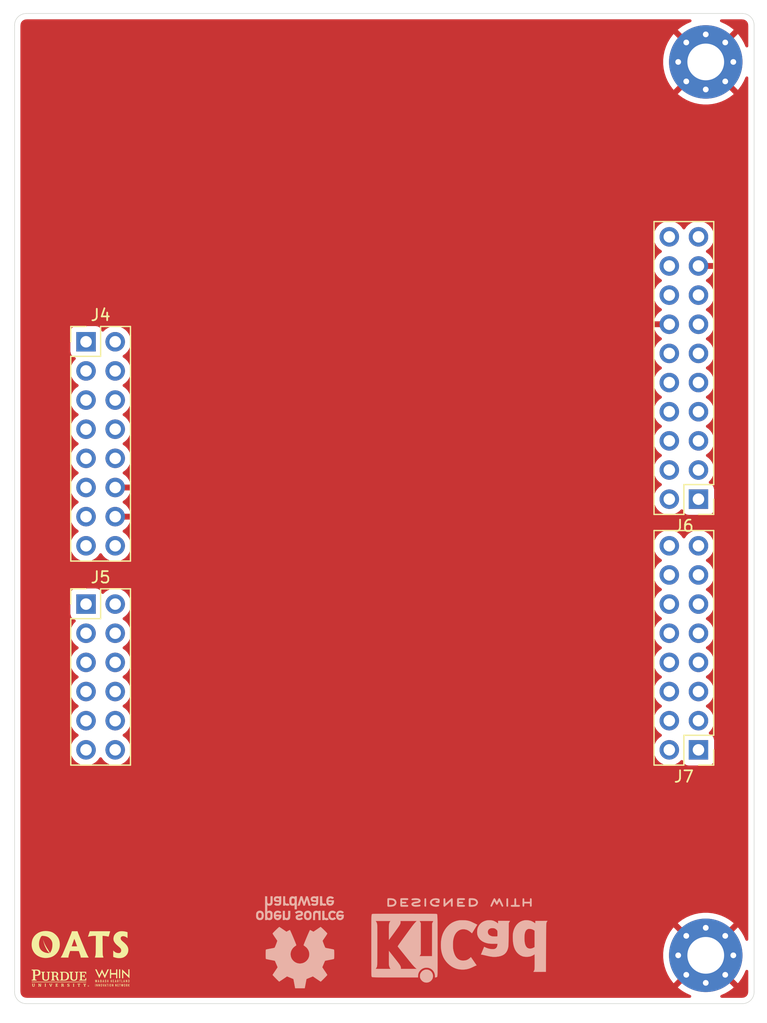
<source format=kicad_pcb>
(kicad_pcb (version 20190905) (host pcbnew "(5.99.0-73-g24ea8f970)")
  (layers (0 "F.Cu" signal) (31 "B.Cu" power) (34 "B.Paste" user) (35 "F.Paste" user) (36 "B.SilkS" user) (37 "F.SilkS" user) (38 "B.Mask" user) (39 "F.Mask" user) (44 "Edge.Cuts" user))
  (net 0 "")
  (net 1 "GND")
  (net 2 "Net-(J4-Pad11)")
  (net 3 "Net-(J4-Pad9)")
  (net 4 "Net-(J4-Pad8)")
  (net 5 "Net-(J4-Pad7)")
  (net 6 "Net-(J4-Pad6)")
  (net 7 "Net-(J4-Pad4)")
  (net 8 "Net-(J4-Pad2)")
  (net 9 "Net-(J5-Pad12)")
  (net 10 "Net-(J5-Pad10)")
  (net 11 "Net-(J5-Pad8)")
  (net 12 "Net-(J5-Pad6)")
  (net 13 "Net-(J5-Pad4)")
  (net 14 "Net-(J5-Pad2)")
  (net 15 "Net-(J6-Pad16)")
  (net 16 "Net-(J6-Pad12)")
  (net 17 "Net-(J6-Pad10)")
  (net 18 "Net-(J6-Pad8)")
  (net 19 "Net-(J6-Pad6)")
  (net 20 "Net-(J6-Pad4)")
  (net 21 "Net-(J6-Pad2)")
  (net 22 "Net-(J7-Pad6)")
  (net 23 "Net-(J7-Pad7)")
  (net 24 "Net-(J7-Pad8)")
  (net 25 "Net-(J4-Pad5)")
  (net 26 "Net-(J4-Pad3)")
  (net 27 "Net-(J4-Pad1)")
  (net 28 "Net-(J5-Pad11)")
  (net 29 "Net-(J5-Pad9)")
  (net 30 "Net-(J5-Pad7)")
  (net 31 "Net-(J6-Pad20)")
  (net 32 "Net-(J6-Pad18)")
  (net 33 "Net-(J6-Pad13)")
  (net 34 "Net-(J7-Pad16)")
  (net 35 "Net-(J7-Pad14)")
  (net 36 "Net-(J7-Pad12)")
  (net 37 "Net-(J7-Pad11)")
  (net 38 "Net-(J7-Pad10)")
  (net 39 "Net-(J7-Pad9)")
  (net 40 "Net-(J7-Pad5)")
  (net 41 "Net-(J7-Pad4)")
  (net 42 "Net-(J7-Pad3)")
  (net 43 "Net-(J7-Pad2)")
  (net 44 "Net-(J7-Pad1)")
  (net 45 "Net-(J4-Pad16)")
  (net 46 "Net-(J4-Pad15)")
  (net 47 "Net-(J4-Pad13)")
  (net 48 "Net-(J4-Pad10)")
  (net 49 "Net-(J5-Pad5)")
  (net 50 "Net-(J5-Pad3)")
  (net 51 "Net-(J5-Pad1)")
  (net 52 "Net-(J6-Pad19)")
  (net 53 "Net-(J6-Pad15)")
  (net 54 "Net-(J6-Pad11)")
  (net 55 "Net-(J6-Pad9)")
  (net 56 "Net-(J6-Pad7)")
  (net 57 "Net-(J6-Pad5)")
  (net 58 "Net-(J6-Pad3)")
  (net 59 "Net-(J6-Pad1)")
  (net 60 "Net-(J7-Pad15)")
  (net 61 "Net-(J7-Pad13)")
  (module "Connector_PinHeader_2.54mm:PinHeader_2x08_P2.54mm_Vertical" (layer "F.Cu") (at 145.669 110.5535 180)
    (fp_text reference "J7" (at 1.27 -2.33) (layer "F.SilkS"))
    (fp_text value "UDOO_CN15")
    (pad "16" thru_hole oval (at 2.54 17.78 180) (size 1.7 1.7) (drill 1) (layers *.Cu *.Mask) (net 34 "Net-(J7-Pad16)"))
    (pad "15" thru_hole oval (at 0 17.78 180) (size 1.7 1.7) (drill 1) (layers *.Cu *.Mask) (net 60 "Net-(J7-Pad15)"))
    (pad "14" thru_hole oval (at 2.54 15.24 180) (size 1.7 1.7) (drill 1) (layers *.Cu *.Mask) (net 35 "Net-(J7-Pad14)"))
    (pad "13" thru_hole oval (at 0 15.24 180) (size 1.7 1.7) (drill 1) (layers *.Cu *.Mask) (net 61 "Net-(J7-Pad13)"))
    (pad "12" thru_hole oval (at 2.54 12.7 180) (size 1.7 1.7) (drill 1) (layers *.Cu *.Mask) (net 36 "Net-(J7-Pad12)"))
    (pad "11" thru_hole oval (at 0 12.7 180) (size 1.7 1.7) (drill 1) (layers *.Cu *.Mask) (net 37 "Net-(J7-Pad11)"))
    (pad "10" thru_hole oval (at 2.54 10.16 180) (size 1.7 1.7) (drill 1) (layers *.Cu *.Mask) (net 38 "Net-(J7-Pad10)"))
    (pad "9" thru_hole oval (at 0 10.16 180) (size 1.7 1.7) (drill 1) (layers *.Cu *.Mask) (net 39 "Net-(J7-Pad9)"))
    (pad "8" thru_hole oval (at 2.54 7.62 180) (size 1.7 1.7) (drill 1) (layers *.Cu *.Mask) (net 24 "Net-(J7-Pad8)"))
    (pad "7" thru_hole oval (at 0 7.62 180) (size 1.7 1.7) (drill 1) (layers *.Cu *.Mask) (net 23 "Net-(J7-Pad7)"))
    (pad "6" thru_hole oval (at 2.54 5.08 180) (size 1.7 1.7) (drill 1) (layers *.Cu *.Mask) (net 22 "Net-(J7-Pad6)"))
    (pad "5" thru_hole oval (at 0 5.08 180) (size 1.7 1.7) (drill 1) (layers *.Cu *.Mask) (net 40 "Net-(J7-Pad5)"))
    (pad "4" thru_hole oval (at 2.54 2.54 180) (size 1.7 1.7) (drill 1) (layers *.Cu *.Mask) (net 41 "Net-(J7-Pad4)"))
    (pad "3" thru_hole oval (at 0 2.54 180) (size 1.7 1.7) (drill 1) (layers *.Cu *.Mask) (net 42 "Net-(J7-Pad3)"))
    (pad "2" thru_hole oval (at 2.54 0 180) (size 1.7 1.7) (drill 1) (layers *.Cu *.Mask) (net 43 "Net-(J7-Pad2)"))
    (pad "1" thru_hole rect (at 0 0 180) (size 1.7 1.7) (drill 1) (layers *.Cu *.Mask) (net 44 "Net-(J7-Pad1)"))
  )
  (module "Connector_PinHeader_2.54mm:PinHeader_2x10_P2.54mm_Vertical" (layer "F.Cu") (at 145.669 88.7095 180)
    (fp_text reference "J6" (at 1.27 -2.33) (layer "F.SilkS"))
    (fp_text value "UDOO_CN13")
    (pad "20" thru_hole oval (at 2.54 22.86 180) (size 1.7 1.7) (drill 1) (layers *.Cu *.Mask) (net 31 "Net-(J6-Pad20)"))
    (pad "19" thru_hole oval (at 0 22.86 180) (size 1.7 1.7) (drill 1) (layers *.Cu *.Mask) (net 52 "Net-(J6-Pad19)"))
    (pad "18" thru_hole oval (at 2.54 20.32 180) (size 1.7 1.7) (drill 1) (layers *.Cu *.Mask) (net 32 "Net-(J6-Pad18)"))
    (pad "17" thru_hole oval (at 0 20.32 180) (size 1.7 1.7) (drill 1) (layers *.Cu *.Mask) (net 1 "GND"))
    (pad "16" thru_hole oval (at 2.54 17.78 180) (size 1.7 1.7) (drill 1) (layers *.Cu *.Mask) (net 15 "Net-(J6-Pad16)"))
    (pad "15" thru_hole oval (at 0 17.78 180) (size 1.7 1.7) (drill 1) (layers *.Cu *.Mask) (net 53 "Net-(J6-Pad15)"))
    (pad "14" thru_hole oval (at 2.54 15.24 180) (size 1.7 1.7) (drill 1) (layers *.Cu *.Mask) (net 1 "GND"))
    (pad "13" thru_hole oval (at 0 15.24 180) (size 1.7 1.7) (drill 1) (layers *.Cu *.Mask) (net 33 "Net-(J6-Pad13)"))
    (pad "12" thru_hole oval (at 2.54 12.7 180) (size 1.7 1.7) (drill 1) (layers *.Cu *.Mask) (net 16 "Net-(J6-Pad12)"))
    (pad "11" thru_hole oval (at 0 12.7 180) (size 1.7 1.7) (drill 1) (layers *.Cu *.Mask) (net 54 "Net-(J6-Pad11)"))
    (pad "10" thru_hole oval (at 2.54 10.16 180) (size 1.7 1.7) (drill 1) (layers *.Cu *.Mask) (net 17 "Net-(J6-Pad10)"))
    (pad "9" thru_hole oval (at 0 10.16 180) (size 1.7 1.7) (drill 1) (layers *.Cu *.Mask) (net 55 "Net-(J6-Pad9)"))
    (pad "8" thru_hole oval (at 2.54 7.62 180) (size 1.7 1.7) (drill 1) (layers *.Cu *.Mask) (net 18 "Net-(J6-Pad8)"))
    (pad "7" thru_hole oval (at 0 7.62 180) (size 1.7 1.7) (drill 1) (layers *.Cu *.Mask) (net 56 "Net-(J6-Pad7)"))
    (pad "6" thru_hole oval (at 2.54 5.08 180) (size 1.7 1.7) (drill 1) (layers *.Cu *.Mask) (net 19 "Net-(J6-Pad6)"))
    (pad "5" thru_hole oval (at 0 5.08 180) (size 1.7 1.7) (drill 1) (layers *.Cu *.Mask) (net 57 "Net-(J6-Pad5)"))
    (pad "4" thru_hole oval (at 2.54 2.54 180) (size 1.7 1.7) (drill 1) (layers *.Cu *.Mask) (net 20 "Net-(J6-Pad4)"))
    (pad "3" thru_hole oval (at 0 2.54 180) (size 1.7 1.7) (drill 1) (layers *.Cu *.Mask) (net 58 "Net-(J6-Pad3)"))
    (pad "2" thru_hole oval (at 2.54 0 180) (size 1.7 1.7) (drill 1) (layers *.Cu *.Mask) (net 21 "Net-(J6-Pad2)"))
    (pad "1" thru_hole rect (at 0 0 180) (size 1.7 1.7) (drill 1) (layers *.Cu *.Mask) (net 59 "Net-(J6-Pad1)"))
  )
  (module "Connector_PinHeader_2.54mm:PinHeader_2x06_P2.54mm_Vertical" (layer "F.Cu") (at 92.329 97.8535)
    (fp_text reference "J5" (at 1.27 -2.33) (layer "F.SilkS"))
    (fp_text value "UDOO_CN14")
    (pad "12" thru_hole oval (at 2.54 12.7) (size 1.7 1.7) (drill 1) (layers *.Cu *.Mask) (net 9 "Net-(J5-Pad12)"))
    (pad "11" thru_hole oval (at 0 12.7) (size 1.7 1.7) (drill 1) (layers *.Cu *.Mask) (net 28 "Net-(J5-Pad11)"))
    (pad "10" thru_hole oval (at 2.54 10.16) (size 1.7 1.7) (drill 1) (layers *.Cu *.Mask) (net 10 "Net-(J5-Pad10)"))
    (pad "9" thru_hole oval (at 0 10.16) (size 1.7 1.7) (drill 1) (layers *.Cu *.Mask) (net 29 "Net-(J5-Pad9)"))
    (pad "8" thru_hole oval (at 2.54 7.62) (size 1.7 1.7) (drill 1) (layers *.Cu *.Mask) (net 11 "Net-(J5-Pad8)"))
    (pad "7" thru_hole oval (at 0 7.62) (size 1.7 1.7) (drill 1) (layers *.Cu *.Mask) (net 30 "Net-(J5-Pad7)"))
    (pad "6" thru_hole oval (at 2.54 5.08) (size 1.7 1.7) (drill 1) (layers *.Cu *.Mask) (net 12 "Net-(J5-Pad6)"))
    (pad "5" thru_hole oval (at 0 5.08) (size 1.7 1.7) (drill 1) (layers *.Cu *.Mask) (net 49 "Net-(J5-Pad5)"))
    (pad "4" thru_hole oval (at 2.54 2.54) (size 1.7 1.7) (drill 1) (layers *.Cu *.Mask) (net 13 "Net-(J5-Pad4)"))
    (pad "3" thru_hole oval (at 0 2.54) (size 1.7 1.7) (drill 1) (layers *.Cu *.Mask) (net 50 "Net-(J5-Pad3)"))
    (pad "2" thru_hole oval (at 2.54 0) (size 1.7 1.7) (drill 1) (layers *.Cu *.Mask) (net 14 "Net-(J5-Pad2)"))
    (pad "1" thru_hole rect (at 0 0) (size 1.7 1.7) (drill 1) (layers *.Cu *.Mask) (net 51 "Net-(J5-Pad1)"))
  )
  (module "Connector_PinHeader_2.54mm:PinHeader_2x08_P2.54mm_Vertical" (layer "F.Cu") (at 92.329 74.9935)
    (fp_text reference "J4" (at 1.27 -2.33) (layer "F.SilkS"))
    (fp_text value "UDOO_CN12")
    (pad "16" thru_hole oval (at 2.54 17.78) (size 1.7 1.7) (drill 1) (layers *.Cu *.Mask) (net 45 "Net-(J4-Pad16)"))
    (pad "15" thru_hole oval (at 0 17.78) (size 1.7 1.7) (drill 1) (layers *.Cu *.Mask) (net 46 "Net-(J4-Pad15)"))
    (pad "14" thru_hole oval (at 2.54 15.24) (size 1.7 1.7) (drill 1) (layers *.Cu *.Mask) (net 1 "GND"))
    (pad "13" thru_hole oval (at 0 15.24) (size 1.7 1.7) (drill 1) (layers *.Cu *.Mask) (net 47 "Net-(J4-Pad13)"))
    (pad "12" thru_hole oval (at 2.54 12.7) (size 1.7 1.7) (drill 1) (layers *.Cu *.Mask) (net 1 "GND"))
    (pad "11" thru_hole oval (at 0 12.7) (size 1.7 1.7) (drill 1) (layers *.Cu *.Mask) (net 2 "Net-(J4-Pad11)"))
    (pad "10" thru_hole oval (at 2.54 10.16) (size 1.7 1.7) (drill 1) (layers *.Cu *.Mask) (net 48 "Net-(J4-Pad10)"))
    (pad "9" thru_hole oval (at 0 10.16) (size 1.7 1.7) (drill 1) (layers *.Cu *.Mask) (net 3 "Net-(J4-Pad9)"))
    (pad "8" thru_hole oval (at 2.54 7.62) (size 1.7 1.7) (drill 1) (layers *.Cu *.Mask) (net 4 "Net-(J4-Pad8)"))
    (pad "7" thru_hole oval (at 0 7.62) (size 1.7 1.7) (drill 1) (layers *.Cu *.Mask) (net 5 "Net-(J4-Pad7)"))
    (pad "6" thru_hole oval (at 2.54 5.08) (size 1.7 1.7) (drill 1) (layers *.Cu *.Mask) (net 6 "Net-(J4-Pad6)"))
    (pad "5" thru_hole oval (at 0 5.08) (size 1.7 1.7) (drill 1) (layers *.Cu *.Mask) (net 25 "Net-(J4-Pad5)"))
    (pad "4" thru_hole oval (at 2.54 2.54) (size 1.7 1.7) (drill 1) (layers *.Cu *.Mask) (net 7 "Net-(J4-Pad4)"))
    (pad "3" thru_hole oval (at 0 2.54) (size 1.7 1.7) (drill 1) (layers *.Cu *.Mask) (net 26 "Net-(J4-Pad3)"))
    (pad "2" thru_hole oval (at 2.54 0) (size 1.7 1.7) (drill 1) (layers *.Cu *.Mask) (net 8 "Net-(J4-Pad2)"))
    (pad "1" thru_hole rect (at 0 0) (size 1.7 1.7) (drill 1) (layers *.Cu *.Mask) (net 27 "Net-(J4-Pad1)"))
  )
  (module "Symbol:KiCad-Logo2_6mm_SilkScreen" (layer "B.Cu") (at 124.841 127.857)
    (fp_text reference "G4" hide)
    (fp_text value "KICAD_LOGO" hide)
  )
  (module "logos:WHIN_LOGO" (layer "F.Cu") (at 94.615 130.429)
    (fp_text reference "G3" hide)
    (fp_text value "WHIN_LOGO" hide)
  )
  (module "logos:PURDUE_LOGO" (layer "F.Cu") (at 90.092118 130.445692)
    (fp_text reference "G2" hide)
    (fp_text value "PURDUE_LOGO" hide)
  )
  (module "logos:OATS_LOGO" (layer "F.Cu") (at 91.821 127.635)
    (fp_text reference "G1" hide)
    (fp_text value "OATS_LOGO" hide)
  )
  (module "Symbol:OSHW-Logo_7.5x8mm_SilkScreen" (layer "B.Cu") (at 110.952401 127.324829)
    (fp_text reference "LOGO1" hide)
    (fp_text value "Logo_Open_Hardware_Small" hide)
  )
  (module "MountingHole:MountingHole_3.2mm_M3_Pad_Via" (layer "F.Cu") (at 146.304 128.4605)
    (fp_text reference "H2" hide)
    (fp_text value "MountingHole_Pad")
    (pad "1" thru_hole circle (at 1.697056 -1.697056) (size 0.8 0.8) (drill 0.5) (layers *.Cu *.Mask) (net 1 "GND"))
    (pad "1" thru_hole circle (at 0 -2.4) (size 0.8 0.8) (drill 0.5) (layers *.Cu *.Mask) (net 1 "GND"))
    (pad "1" thru_hole circle (at -1.697056 -1.697056) (size 0.8 0.8) (drill 0.5) (layers *.Cu *.Mask) (net 1 "GND"))
    (pad "1" thru_hole circle (at -2.4 0) (size 0.8 0.8) (drill 0.5) (layers *.Cu *.Mask) (net 1 "GND"))
    (pad "1" thru_hole circle (at -1.697056 1.697056) (size 0.8 0.8) (drill 0.5) (layers *.Cu *.Mask) (net 1 "GND"))
    (pad "1" thru_hole circle (at 0 2.4) (size 0.8 0.8) (drill 0.5) (layers *.Cu *.Mask) (net 1 "GND"))
    (pad "1" thru_hole circle (at 1.697056 1.697056) (size 0.8 0.8) (drill 0.5) (layers *.Cu *.Mask) (net 1 "GND"))
    (pad "1" thru_hole circle (at 2.4 0) (size 0.8 0.8) (drill 0.5) (layers *.Cu *.Mask) (net 1 "GND"))
    (pad "1" thru_hole circle (at 0 0) (size 6.4 6.4) (drill 3.2) (layers *.Cu *.Mask) (net 1 "GND"))
  )
  (module "MountingHole:MountingHole_3.2mm_M3_Pad_Via" (layer "F.Cu") (at 146.304 50.6095)
    (fp_text reference "H1" hide)
    (fp_text value "MountingHole_Pad")
    (pad "1" thru_hole circle (at 1.697056 -1.697056) (size 0.8 0.8) (drill 0.5) (layers *.Cu *.Mask) (net 1 "GND"))
    (pad "1" thru_hole circle (at 0 -2.4) (size 0.8 0.8) (drill 0.5) (layers *.Cu *.Mask) (net 1 "GND"))
    (pad "1" thru_hole circle (at -1.697056 -1.697056) (size 0.8 0.8) (drill 0.5) (layers *.Cu *.Mask) (net 1 "GND"))
    (pad "1" thru_hole circle (at -2.4 0) (size 0.8 0.8) (drill 0.5) (layers *.Cu *.Mask) (net 1 "GND"))
    (pad "1" thru_hole circle (at -1.697056 1.697056) (size 0.8 0.8) (drill 0.5) (layers *.Cu *.Mask) (net 1 "GND"))
    (pad "1" thru_hole circle (at 0 2.4) (size 0.8 0.8) (drill 0.5) (layers *.Cu *.Mask) (net 1 "GND"))
    (pad "1" thru_hole circle (at 1.697056 1.697056) (size 0.8 0.8) (drill 0.5) (layers *.Cu *.Mask) (net 1 "GND"))
    (pad "1" thru_hole circle (at 2.4 0) (size 0.8 0.8) (drill 0.5) (layers *.Cu *.Mask) (net 1 "GND"))
    (pad "1" thru_hole circle (at 0 0) (size 6.4 6.4) (drill 3.2) (layers *.Cu *.Mask) (net 1 "GND"))
  )
  (gr_arc (start 149.49932 47.40402) (end 150.51532 47.40402) (angle -90) (layer "Edge.Cuts") (width 0.05))
  (gr_arc (start 87.122 47.40402) (end 87.122 46.38802) (angle -90) (layer "Edge.Cuts") (width 0.05))
  (gr_arc (start 87.122 131.65582) (end 86.106 131.65582) (angle -90) (layer "Edge.Cuts") (width 0.05))
  (gr_line (start 86.106 131.65582) (end 86.106 47.40402) (layer "Edge.Cuts") (width 0.05))
  (gr_line (start 150.51532 131.65582) (end 150.51532 47.40402) (layer "Edge.Cuts") (width 0.05))
  (gr_line (start 149.49932 46.38802) (end 87.122 46.38802) (layer "Edge.Cuts") (width 0.0508))
  (gr_line (start 149.49932 132.67182) (end 87.122 132.67182) (layer "Edge.Cuts") (width 0.0508))
  (gr_arc (start 149.49932 131.65582) (end 149.49932 132.67182) (angle -90) (layer "Edge.Cuts") (width 0.05))
  (zone (net 1) (net_name "GND") (layer "F.Cu") (connect_pads (clearance 0.508)) (min_thickness 0.254) (fill yes (thermal_gap 0.508) (thermal_bridge_width 0.508))
    (polygon (pts (xy 84.963 45.212) (xy 151.638 45.212) (xy 151.638 134.366) (xy 84.836 134.366) (xy 84.836 46.101)))
  )
)
</source>
